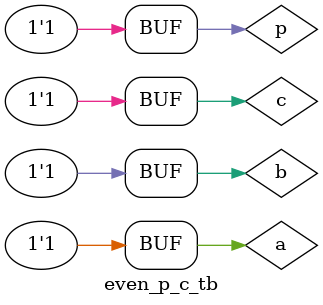
<source format=v>
module even_p_c(
input a,b,c,p,
output out);
assign out=(a^b^c^p);
endmodule

//testbench code
module even_p_c_tb;
reg a,b,c,p;
wire out;

even_p_c uut(a,b,c,p,out);

initial begin
$dumpfile("even_p_c.vcd");
$dumpvars(1,even_p_c_tb);
end

initial begin
$monitor("Time=%0t|A=%b|B=%b|C=%b|P=%b|OUT=%b",$time,a,b,c,p,out);
end

initial begin
a=0;b=1;c=1;p=0;#10;
a=1;b=1;c=0;p=1;#10;
a=0;b=1;c=1;p=0;#10;
a=1;b=1;c=0;p=1;#10;
a=1;b=1;c=1;p=1;#10;
end
endmodule

</source>
